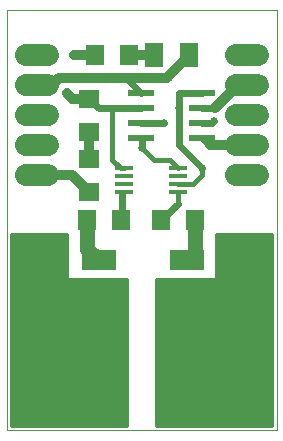
<source format=gtl>
G75*
%MOIN*%
%OFA0B0*%
%FSLAX24Y24*%
%IPPOS*%
%LPD*%
%AMOC8*
5,1,8,0,0,1.08239X$1,22.5*
%
%ADD10C,0.0000*%
%ADD11R,0.0866X0.0236*%
%ADD12R,0.1161X0.0661*%
%ADD13R,0.1161X0.3000*%
%ADD14R,0.0630X0.0710*%
%ADD15R,0.0710X0.0630*%
%ADD16R,0.0591X0.0787*%
%ADD17C,0.0740*%
%ADD18R,0.0591X0.0177*%
%ADD19C,0.0240*%
%ADD20C,0.0258*%
%ADD21C,0.0160*%
%ADD22C,0.0320*%
%ADD23C,0.0500*%
%ADD24C,0.0120*%
%ADD25R,0.0356X0.0356*%
D10*
X000180Y000317D02*
X000180Y014317D01*
X009180Y014317D01*
X009180Y000317D01*
X000180Y000317D01*
D11*
X004656Y010067D03*
X004656Y010567D03*
X004656Y011067D03*
X004656Y011567D03*
X006704Y011567D03*
X006704Y011067D03*
X006704Y010567D03*
X006704Y010067D03*
D12*
X006202Y005986D03*
X003261Y005986D03*
D13*
X003261Y003915D03*
X006202Y003915D03*
D14*
X006440Y007317D03*
X005320Y007317D03*
X003990Y007317D03*
X002870Y007317D03*
X003120Y012817D03*
X004240Y012817D03*
D15*
X002930Y011377D03*
X002930Y010257D03*
X002930Y009377D03*
X002930Y008257D03*
D16*
X005089Y012817D03*
X006271Y012817D03*
D17*
X007810Y012817D02*
X008550Y012817D01*
X008550Y011817D02*
X007810Y011817D01*
X007810Y010817D02*
X008550Y010817D01*
X008550Y009817D02*
X007810Y009817D01*
X007810Y008817D02*
X008550Y008817D01*
X008550Y005817D02*
X007810Y005817D01*
X007810Y004817D02*
X008550Y004817D01*
X008550Y003817D02*
X007810Y003817D01*
X007810Y002817D02*
X008550Y002817D01*
X008550Y001817D02*
X007810Y001817D01*
X001550Y001817D02*
X000810Y001817D01*
X000810Y002817D02*
X001550Y002817D01*
X001550Y003817D02*
X000810Y003817D01*
X000810Y004817D02*
X001550Y004817D01*
X001550Y005817D02*
X000810Y005817D01*
X000810Y008817D02*
X001550Y008817D01*
X001550Y009817D02*
X000810Y009817D01*
X000810Y010817D02*
X001550Y010817D01*
X001550Y011817D02*
X000810Y011817D01*
X000810Y012817D02*
X001550Y012817D01*
D18*
X004074Y009051D03*
X004074Y008795D03*
X004074Y008539D03*
X004074Y008283D03*
X005886Y008283D03*
X005886Y008539D03*
X005886Y008795D03*
X005886Y009051D03*
D19*
X005930Y009817D02*
X006680Y009067D01*
X006954Y009817D02*
X006704Y010067D01*
X006704Y010567D02*
X007030Y010567D01*
X007080Y010617D01*
X007130Y011067D02*
X006704Y011067D01*
X006704Y011567D02*
X005930Y011567D01*
X005930Y011067D01*
X005930Y009817D01*
X005430Y010567D02*
X004656Y010567D01*
X004656Y010067D02*
X004680Y010067D01*
X004680Y009717D01*
X004656Y011067D02*
X003680Y011067D01*
X003240Y011067D01*
X002930Y011377D01*
X004156Y012067D02*
X004656Y011567D01*
X004005Y008213D02*
X004005Y007332D01*
X005320Y007317D02*
X005886Y007882D01*
D20*
X006680Y009067D03*
X007080Y010617D03*
X005930Y011067D03*
X005430Y010567D03*
X004680Y009717D03*
X002430Y012817D03*
X002180Y011567D03*
D21*
X003680Y011067D02*
X003680Y009345D01*
X003974Y009051D01*
X004074Y009051D01*
X004074Y008283D02*
X004005Y008213D01*
X004005Y007332D02*
X003990Y007317D01*
X003974Y007332D01*
X005080Y009317D02*
X005619Y009317D01*
X005886Y009051D01*
X005886Y008539D02*
X006402Y008539D01*
X006680Y008817D01*
X006680Y009067D01*
X005886Y008283D02*
X005886Y007882D01*
X005080Y009317D02*
X004680Y009717D01*
X004656Y010067D02*
X004580Y010067D01*
D22*
X004156Y012067D02*
X005521Y012067D01*
X006271Y012817D01*
X005089Y012817D02*
X004240Y012817D01*
X004156Y012067D02*
X001930Y012067D01*
X001680Y011817D01*
X001180Y011817D01*
X002180Y011567D02*
X002370Y011377D01*
X002930Y011377D01*
X002930Y010257D02*
X002930Y009377D01*
X002370Y008817D02*
X001180Y008817D01*
X002370Y008817D02*
X002930Y008257D01*
X003120Y012817D02*
X002430Y012817D01*
X006954Y009817D02*
X008180Y009817D01*
X007130Y011067D02*
X007880Y011817D01*
X008180Y011817D01*
D23*
X006440Y007317D02*
X006440Y006224D01*
X006202Y005986D01*
X003261Y005986D02*
X002870Y006377D01*
X002870Y007317D01*
D24*
X002180Y006817D02*
X000340Y006817D01*
X000340Y000477D01*
X004180Y000477D01*
X004180Y005317D01*
X002180Y005317D01*
X002180Y006817D01*
X002180Y006716D02*
X000340Y006716D01*
X000340Y006597D02*
X002180Y006597D01*
X002180Y006479D02*
X000340Y006479D01*
X000340Y006360D02*
X002180Y006360D01*
X002180Y006242D02*
X000340Y006242D01*
X000340Y006123D02*
X002180Y006123D01*
X002180Y006005D02*
X000340Y006005D01*
X000340Y005886D02*
X002180Y005886D01*
X002180Y005768D02*
X000340Y005768D01*
X000340Y005649D02*
X002180Y005649D01*
X002180Y005531D02*
X000340Y005531D01*
X000340Y005412D02*
X002180Y005412D01*
X000340Y005294D02*
X004180Y005294D01*
X004180Y005175D02*
X000340Y005175D01*
X000340Y005057D02*
X004180Y005057D01*
X004180Y004938D02*
X000340Y004938D01*
X000340Y004820D02*
X004180Y004820D01*
X004180Y004701D02*
X000340Y004701D01*
X000340Y004583D02*
X004180Y004583D01*
X004180Y004464D02*
X000340Y004464D01*
X000340Y004346D02*
X004180Y004346D01*
X004180Y004227D02*
X000340Y004227D01*
X000340Y004109D02*
X004180Y004109D01*
X004180Y003990D02*
X000340Y003990D01*
X000340Y003872D02*
X004180Y003872D01*
X004180Y003753D02*
X000340Y003753D01*
X000340Y003635D02*
X004180Y003635D01*
X004180Y003516D02*
X000340Y003516D01*
X000340Y003398D02*
X004180Y003398D01*
X004180Y003279D02*
X000340Y003279D01*
X000340Y003161D02*
X004180Y003161D01*
X004180Y003042D02*
X000340Y003042D01*
X000340Y002924D02*
X004180Y002924D01*
X004180Y002805D02*
X000340Y002805D01*
X000340Y002687D02*
X004180Y002687D01*
X004180Y002568D02*
X000340Y002568D01*
X000340Y002450D02*
X004180Y002450D01*
X004180Y002331D02*
X000340Y002331D01*
X000340Y002213D02*
X004180Y002213D01*
X004180Y002094D02*
X000340Y002094D01*
X000340Y001976D02*
X004180Y001976D01*
X004180Y001857D02*
X000340Y001857D01*
X000340Y001739D02*
X004180Y001739D01*
X004180Y001620D02*
X000340Y001620D01*
X000340Y001502D02*
X004180Y001502D01*
X004180Y001383D02*
X000340Y001383D01*
X000340Y001265D02*
X004180Y001265D01*
X004180Y001146D02*
X000340Y001146D01*
X000340Y001028D02*
X004180Y001028D01*
X004180Y000909D02*
X000340Y000909D01*
X000340Y000791D02*
X004180Y000791D01*
X004180Y000672D02*
X000340Y000672D01*
X000340Y000554D02*
X004180Y000554D01*
X005180Y000554D02*
X009020Y000554D01*
X009020Y000477D02*
X005180Y000477D01*
X005180Y005317D01*
X007180Y005317D01*
X007180Y006817D01*
X009020Y006817D01*
X009020Y000477D01*
X009020Y000672D02*
X005180Y000672D01*
X005180Y000791D02*
X009020Y000791D01*
X009020Y000909D02*
X005180Y000909D01*
X005180Y001028D02*
X009020Y001028D01*
X009020Y001146D02*
X005180Y001146D01*
X005180Y001265D02*
X009020Y001265D01*
X009020Y001383D02*
X005180Y001383D01*
X005180Y001502D02*
X009020Y001502D01*
X009020Y001620D02*
X005180Y001620D01*
X005180Y001739D02*
X009020Y001739D01*
X009020Y001857D02*
X005180Y001857D01*
X005180Y001976D02*
X009020Y001976D01*
X009020Y002094D02*
X005180Y002094D01*
X005180Y002213D02*
X009020Y002213D01*
X009020Y002331D02*
X005180Y002331D01*
X005180Y002450D02*
X009020Y002450D01*
X009020Y002568D02*
X005180Y002568D01*
X005180Y002687D02*
X009020Y002687D01*
X009020Y002805D02*
X005180Y002805D01*
X005180Y002924D02*
X009020Y002924D01*
X009020Y003042D02*
X005180Y003042D01*
X005180Y003161D02*
X009020Y003161D01*
X009020Y003279D02*
X005180Y003279D01*
X005180Y003398D02*
X009020Y003398D01*
X009020Y003516D02*
X005180Y003516D01*
X005180Y003635D02*
X009020Y003635D01*
X009020Y003753D02*
X005180Y003753D01*
X005180Y003872D02*
X009020Y003872D01*
X009020Y003990D02*
X005180Y003990D01*
X005180Y004109D02*
X009020Y004109D01*
X009020Y004227D02*
X005180Y004227D01*
X005180Y004346D02*
X009020Y004346D01*
X009020Y004464D02*
X005180Y004464D01*
X005180Y004583D02*
X009020Y004583D01*
X009020Y004701D02*
X005180Y004701D01*
X005180Y004820D02*
X009020Y004820D01*
X009020Y004938D02*
X005180Y004938D01*
X005180Y005057D02*
X009020Y005057D01*
X009020Y005175D02*
X005180Y005175D01*
X005180Y005294D02*
X009020Y005294D01*
X009020Y005412D02*
X007180Y005412D01*
X007180Y005531D02*
X009020Y005531D01*
X009020Y005649D02*
X007180Y005649D01*
X007180Y005768D02*
X009020Y005768D01*
X009020Y005886D02*
X007180Y005886D01*
X007180Y006005D02*
X009020Y006005D01*
X009020Y006123D02*
X007180Y006123D01*
X007180Y006242D02*
X009020Y006242D01*
X009020Y006360D02*
X007180Y006360D01*
X007180Y006479D02*
X009020Y006479D01*
X009020Y006597D02*
X007180Y006597D01*
X007180Y006716D02*
X009020Y006716D01*
D25*
X007430Y006567D03*
X007180Y004817D03*
X007180Y003817D03*
X007180Y002817D03*
X007180Y001817D03*
X007180Y000817D03*
X008180Y000817D03*
X002180Y000817D03*
X002180Y001817D03*
X002180Y002817D03*
X002180Y003817D03*
X002180Y004817D03*
X001930Y006567D03*
X001180Y000817D03*
M02*

</source>
